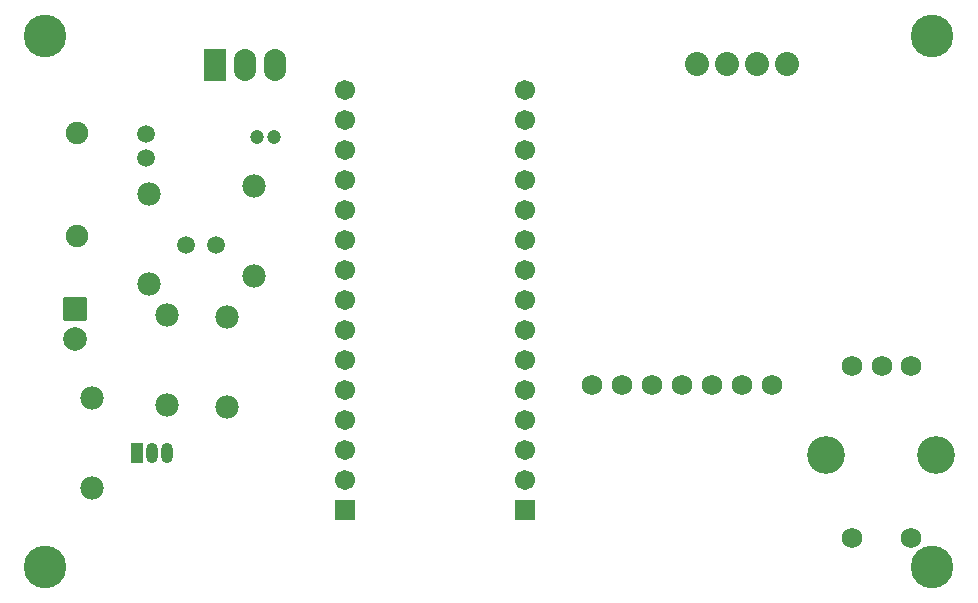
<source format=gts>
G04 Layer: TopSolderMaskLayer*
G04 EasyEDA v6.5.50, 2025-05-18 23:27:22*
G04 3d9ee40f25bc44afba2a55a8afe60d3c,38e003156f3e444eba849dea5bfb7f5a,10*
G04 Gerber Generator version 0.2*
G04 Scale: 100 percent, Rotated: No, Reflected: No *
G04 Dimensions in millimeters *
G04 leading zeros omitted , absolute positions ,4 integer and 5 decimal *
%FSLAX45Y45*%
%MOMM*%

%AMMACRO1*4,1,8,-0.9421,-1.0016,-1.0016,-0.9421,-1.0016,0.9421,-0.9421,1.0016,0.9421,1.0016,1.0016,0.9421,1.0016,-0.9421,0.9421,-1.0016,-0.9421,-1.0016,0*%
%AMMACRO2*4,1,8,-0.4711,-0.8508,-0.5008,-0.821,-0.5008,0.8211,-0.4711,0.8508,0.471,0.8508,0.5008,0.8211,0.5008,-0.821,0.471,-0.8508,-0.4711,-0.8508,0*%
%AMMACRO3*4,1,8,-0.9211,-1.3508,-0.9508,-1.321,-0.9508,1.3211,-0.9211,1.3508,0.921,1.3508,0.9508,1.3211,0.9508,-1.321,0.921,-1.3508,-0.9211,-1.3508,0*%
%AMMACRO4*4,1,8,-0.8211,-0.8508,-0.8508,-0.821,-0.8508,0.8211,-0.8211,0.8508,0.821,0.8508,0.8508,0.8211,0.8508,-0.821,0.821,-0.8508,-0.8211,-0.8508,0*%
%ADD10C,1.5032*%
%ADD11C,1.2032*%
%ADD12C,1.9016*%
%ADD13MACRO1*%
%ADD14C,2.0032*%
%ADD15C,1.5016*%
%ADD16O,1.0015981999999999X1.7015968*%
%ADD17MACRO2*%
%ADD18C,1.9812*%
%ADD19O,1.9015964X2.7015948*%
%ADD20MACRO3*%
%ADD21MACRO4*%
%ADD22C,1.7016*%
%ADD23C,1.7272*%
%ADD24C,2.0320*%
%ADD25C,3.2032*%
%ADD26C,3.6016*%
%ADD27C,0.0138*%

%LPD*%
D10*
G01*
X1104900Y-1081100D03*
G01*
X1104900Y-1281099D03*
D11*
G01*
X2045843Y-1104900D03*
G01*
X2195956Y-1104900D03*
D12*
G01*
X520700Y-1076299D03*
G01*
X520700Y-1946300D03*
D13*
G01*
X508000Y-2565400D03*
D14*
G01*
X508000Y-2819400D03*
D15*
G01*
X1701800Y-2019300D03*
G01*
X1447800Y-2019300D03*
D16*
G01*
X1282700Y-3784600D03*
G01*
X1155700Y-3784600D03*
D17*
G01*
X1028701Y-3784600D03*
D18*
G01*
X2019300Y-2286000D03*
G01*
X2019300Y-1524000D03*
G01*
X1130300Y-2349500D03*
G01*
X1130300Y-1587500D03*
G01*
X1282700Y-2616200D03*
G01*
X1282700Y-3378200D03*
G01*
X1790700Y-2628900D03*
G01*
X1790700Y-3390900D03*
G01*
X647700Y-4076700D03*
G01*
X647700Y-3314700D03*
D19*
G01*
X1943100Y-494817D03*
G01*
X2197125Y-495807D03*
D20*
G01*
X1689087Y-494804D03*
D21*
G01*
X4318000Y-4267200D03*
D22*
G01*
X2794000Y-4013200D03*
G01*
X2794000Y-3505200D03*
G01*
X2794000Y-2997200D03*
G01*
X2794000Y-2489200D03*
G01*
X2794000Y-1981200D03*
G01*
X2794000Y-1473200D03*
G01*
X2794000Y-965200D03*
G01*
X4318000Y-711200D03*
G01*
X4318000Y-1219200D03*
G01*
X4318000Y-1727200D03*
G01*
X4318000Y-2235200D03*
G01*
X4318000Y-2743200D03*
G01*
X4318000Y-3251200D03*
G01*
X4318000Y-3759200D03*
G01*
X4318000Y-4013200D03*
G01*
X4318000Y-3505200D03*
G01*
X4318000Y-2997200D03*
G01*
X4318000Y-2489200D03*
G01*
X4318000Y-1981200D03*
G01*
X4318000Y-1473200D03*
G01*
X4318000Y-965200D03*
G01*
X2794000Y-711200D03*
G01*
X2794000Y-1219200D03*
G01*
X2794000Y-1727200D03*
G01*
X2794000Y-2235200D03*
G01*
X2794000Y-2743200D03*
G01*
X2794000Y-3251200D03*
G01*
X2794000Y-3759200D03*
D21*
G01*
X2794000Y-4267200D03*
D23*
G01*
X6412484Y-3209289D03*
G01*
X6158484Y-3209289D03*
G01*
X5904484Y-3209289D03*
G01*
X5650484Y-3209289D03*
G01*
X5396484Y-3209289D03*
G01*
X5142484Y-3209289D03*
G01*
X4888484Y-3209289D03*
D24*
G01*
X5772505Y-486308D03*
G01*
X6026505Y-486308D03*
G01*
X6280505Y-486308D03*
G01*
X6534505Y-486308D03*
D23*
G01*
X7586192Y-3048000D03*
G01*
X7336205Y-3048000D03*
G01*
X7086193Y-3048000D03*
G01*
X7586192Y-4498009D03*
G01*
X7086193Y-4498009D03*
D25*
G01*
X6866686Y-3798011D03*
G01*
X7796707Y-3798011D03*
D26*
G01*
X250012Y-250012D03*
G01*
X7759700Y-254000D03*
G01*
X254000Y-4749800D03*
G01*
X7759700Y-4749800D03*
M02*

</source>
